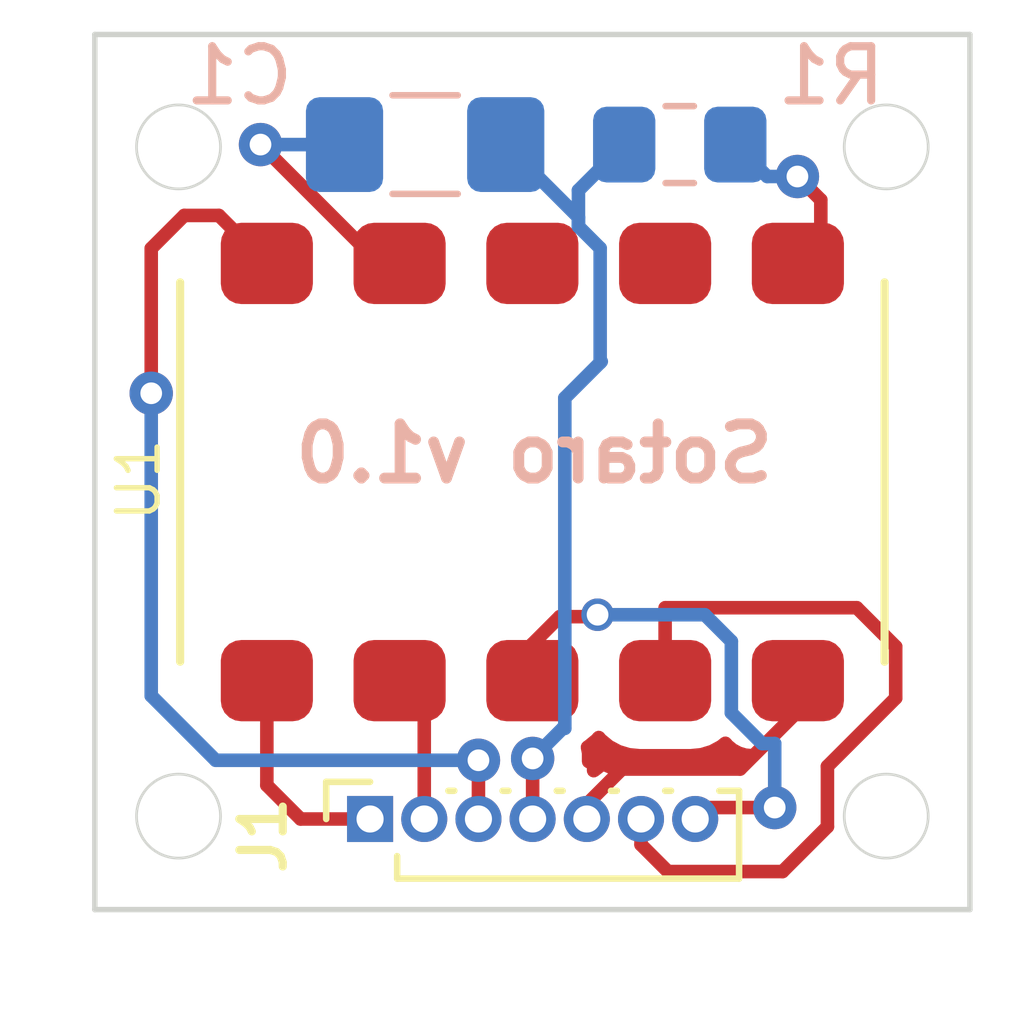
<source format=kicad_pcb>
(kicad_pcb (version 20171130) (host pcbnew 5.1.8-db9833491~88~ubuntu20.04.1)

  (general
    (thickness 1.6)
    (drawings 13)
    (tracks 71)
    (zones 0)
    (modules 4)
    (nets 12)
  )

  (page A4)
  (layers
    (0 F.Cu signal)
    (31 B.Cu signal)
    (32 B.Adhes user hide)
    (33 F.Adhes user hide)
    (34 B.Paste user hide)
    (35 F.Paste user hide)
    (36 B.SilkS user)
    (37 F.SilkS user)
    (38 B.Mask user hide)
    (39 F.Mask user hide)
    (40 Dwgs.User user hide)
    (41 Cmts.User user)
    (42 Eco1.User user hide)
    (43 Eco2.User user hide)
    (44 Edge.Cuts user)
    (45 Margin user hide)
    (46 B.CrtYd user hide)
    (47 F.CrtYd user)
    (48 B.Fab user)
    (49 F.Fab user)
  )

  (setup
    (last_trace_width 0.25)
    (trace_clearance 0.1)
    (zone_clearance 0.508)
    (zone_45_only no)
    (trace_min 0.2)
    (via_size 0.8)
    (via_drill 0.4)
    (via_min_size 0.4)
    (via_min_drill 0.3)
    (uvia_size 0.3)
    (uvia_drill 0.1)
    (uvias_allowed no)
    (uvia_min_size 0.2)
    (uvia_min_drill 0.1)
    (edge_width 0.05)
    (segment_width 0.2)
    (pcb_text_width 0.3)
    (pcb_text_size 1.5 1.5)
    (mod_edge_width 0.12)
    (mod_text_size 1 1)
    (mod_text_width 0.15)
    (pad_size 1.425 1.75)
    (pad_drill 0)
    (pad_to_mask_clearance 0.051)
    (solder_mask_min_width 0.25)
    (aux_axis_origin 0 0)
    (grid_origin 111.379 92.202)
    (visible_elements 7FFFFFFF)
    (pcbplotparams
      (layerselection 0x010fc_ffffffff)
      (usegerberextensions false)
      (usegerberattributes false)
      (usegerberadvancedattributes false)
      (creategerberjobfile false)
      (excludeedgelayer true)
      (linewidth 0.100000)
      (plotframeref false)
      (viasonmask false)
      (mode 1)
      (useauxorigin false)
      (hpglpennumber 1)
      (hpglpenspeed 20)
      (hpglpendiameter 15.000000)
      (psnegative false)
      (psa4output false)
      (plotreference true)
      (plotvalue true)
      (plotinvisibletext false)
      (padsonsilk false)
      (subtractmaskfromsilk false)
      (outputformat 1)
      (mirror false)
      (drillshape 0)
      (scaleselection 1)
      (outputdirectory "C:/HotWheels/Hotwheels-Firmware/Documents/PCB_Farbsensor/HotwheelsBoard-Farbsensor/Output/"))
  )

  (net 0 "")
  (net 1 GND)
  (net 2 "Net-(J1-Pad1)")
  (net 3 "Net-(J1-Pad2)")
  (net 4 "Net-(J1-Pad6)")
  (net 5 "Net-(J1-Pad7)")
  (net 6 "Net-(J1-Pad3)")
  (net 7 VCC)
  (net 8 "Net-(R1-Pad1)")
  (net 9 "Net-(C1-Pad2)")
  (net 10 "Net-(U1-Pad2)")
  (net 11 "Net-(U1-Pad3)")

  (net_class Default "Dies ist die voreingestellte Netzklasse."
    (clearance 0.1)
    (trace_width 0.25)
    (via_dia 0.8)
    (via_drill 0.4)
    (uvia_dia 0.3)
    (uvia_drill 0.1)
    (add_net GND)
    (add_net "Net-(C1-Pad2)")
    (add_net "Net-(J1-Pad1)")
    (add_net "Net-(J1-Pad2)")
    (add_net "Net-(J1-Pad3)")
    (add_net "Net-(J1-Pad6)")
    (add_net "Net-(J1-Pad7)")
    (add_net "Net-(R1-Pad1)")
    (add_net "Net-(U1-Pad2)")
    (add_net "Net-(U1-Pad3)")
    (add_net VCC)
  )

  (module castellated_pads_bottom:DIP-10_Ver2 (layer F.Cu) (tedit 5FC64B4F) (tstamp 5FC66E8B)
    (at 101.575 104.175)
    (path /5FC61DE0)
    (fp_text reference U1 (at -0.76748 4.04678 90) (layer F.SilkS)
      (effects (font (size 0.75 0.75) (thickness 0.1)))
    )
    (fp_text value Castellated_pads_bottom (at 6.1337 13.04854) (layer F.Fab)
      (effects (font (size 1 1) (thickness 0.15)))
    )
    (fp_line (start 0 7.8) (end 0 0.05) (layer F.CrtYd) (width 0.05))
    (fp_line (start 13 7.8) (end 0 7.8) (layer F.CrtYd) (width 0.05))
    (fp_line (start 13 0.05) (end 13 7.8) (layer F.CrtYd) (width 0.05))
    (fp_line (start 0 0.05) (end 13 0.05) (layer F.CrtYd) (width 0.05))
    (pad 10 smd roundrect (at 11.4 7.75) (size 1.7 1.5) (layers F.Cu F.Paste F.Mask) (roundrect_rratio 0.25)
      (net 1 GND))
    (pad 1 smd roundrect (at 11.4 0.05) (size 1.7 1.5) (layers F.Cu F.Paste F.Mask) (roundrect_rratio 0.25)
      (net 8 "Net-(R1-Pad1)"))
    (pad 9 smd roundrect (at 8.95 7.75) (size 1.7 1.5) (layers F.Cu F.Paste F.Mask) (roundrect_rratio 0.25)
      (net 4 "Net-(J1-Pad6)"))
    (pad 2 smd roundrect (at 8.95 0.05) (size 1.7 1.5) (layers F.Cu F.Paste F.Mask) (roundrect_rratio 0.25)
      (net 10 "Net-(U1-Pad2)"))
    (pad 8 smd roundrect (at 6.5 7.75) (size 1.7 1.5) (layers F.Cu F.Paste F.Mask) (roundrect_rratio 0.25)
      (net 5 "Net-(J1-Pad7)"))
    (pad 3 smd roundrect (at 6.5 0.05) (size 1.7 1.5) (layers F.Cu F.Paste F.Mask) (roundrect_rratio 0.25)
      (net 11 "Net-(U1-Pad3)"))
    (pad 7 smd roundrect (at 4.05 7.75) (size 1.7 1.5) (layers F.Cu F.Paste F.Mask) (roundrect_rratio 0.25)
      (net 3 "Net-(J1-Pad2)"))
    (pad 4 smd roundrect (at 4.05 0.05) (size 1.7 1.5) (layers F.Cu F.Paste F.Mask) (roundrect_rratio 0.25)
      (net 9 "Net-(C1-Pad2)"))
    (pad 6 smd roundrect (at 1.6 7.75) (size 1.7 1.5) (layers F.Cu F.Paste F.Mask) (roundrect_rratio 0.25)
      (net 2 "Net-(J1-Pad1)"))
    (pad 5 smd roundrect (at 1.6 0.05) (size 1.7 1.5) (layers F.Cu F.Paste F.Mask) (roundrect_rratio 0.25)
      (net 6 "Net-(J1-Pad3)"))
  )

  (module Connector_PinSocket_1.00mm:PinSocket_1x07_P1.00mm_Vertical (layer F.Cu) (tedit 5FBFA7C0) (tstamp 5CD54C9F)
    (at 105.08 114.478 90)
    (descr "Through hole straight socket strip, 1x07, 1.00mm pitch, single row (https://gct.co/files/drawings/bc065.pdf), script generated")
    (tags "Through hole socket strip THT 1x07 1.00mm single row")
    (path /5CD68294)
    (fp_text reference J1 (at -0.3046 -1.97378 90) (layer F.SilkS)
      (effects (font (size 0.8 0.8) (thickness 0.15)))
    )
    (fp_text value "Main Connector" (at 1.651 3.302 180) (layer Cmts.User)
      (effects (font (size 1 1) (thickness 0.15)))
    )
    (fp_line (start -1.54 7.25) (end -1.54 -1.25) (layer F.CrtYd) (width 0.05))
    (fp_line (start 0.96 7.25) (end -1.54 7.25) (layer F.CrtYd) (width 0.05))
    (fp_line (start 0.96 -1.25) (end 0.96 7.25) (layer F.CrtYd) (width 0.05))
    (fp_line (start -1.54 -1.25) (end 0.96 -1.25) (layer F.CrtYd) (width 0.05))
    (fp_line (start 0 -0.81) (end 0.685 -0.81) (layer F.SilkS) (width 0.12))
    (fp_line (start 0.685 -0.81) (end 0.685 0) (layer F.SilkS) (width 0.12))
    (fp_line (start 0.52 6.445898) (end 0.52 6.81) (layer F.SilkS) (width 0.12))
    (fp_line (start 0.52 5.445898) (end 0.52 5.554102) (layer F.SilkS) (width 0.12))
    (fp_line (start 0.52 4.445898) (end 0.52 4.554102) (layer F.SilkS) (width 0.12))
    (fp_line (start 0.52 3.445898) (end 0.52 3.554102) (layer F.SilkS) (width 0.12))
    (fp_line (start 0.52 2.445898) (end 0.52 2.554102) (layer F.SilkS) (width 0.12))
    (fp_line (start 0.52 1.445898) (end 0.52 1.554102) (layer F.SilkS) (width 0.12))
    (fp_line (start -1.1 6.81) (end 0.52 6.81) (layer F.SilkS) (width 0.12))
    (fp_line (start -1.1 0.5) (end -1.1 6.81) (layer F.SilkS) (width 0.12))
    (fp_line (start -1.1 0.5) (end -0.685 0.5) (layer F.SilkS) (width 0.12))
    (fp_line (start -1.04 6.75) (end -1.04 -0.75) (layer F.Fab) (width 0.1))
    (fp_line (start 0.46 6.75) (end -1.04 6.75) (layer F.Fab) (width 0.1))
    (fp_line (start 0.46 -0.375) (end 0.46 6.75) (layer F.Fab) (width 0.1))
    (fp_line (start 0.085 -0.75) (end 0.46 -0.375) (layer F.Fab) (width 0.1))
    (fp_line (start -1.04 -0.75) (end 0.085 -0.75) (layer F.Fab) (width 0.1))
    (fp_text user %R (at -0.29 3 180) (layer F.Fab)
      (effects (font (size 0.9 0.9) (thickness 0.14)))
    )
    (pad 7 thru_hole oval (at 0 6 90) (size 0.85 0.85) (drill 0.5) (layers *.Cu *.Mask)
      (net 5 "Net-(J1-Pad7)"))
    (pad 6 thru_hole oval (at 0 5 90) (size 0.85 0.85) (drill 0.5) (layers *.Cu *.Mask)
      (net 4 "Net-(J1-Pad6)"))
    (pad 5 thru_hole oval (at 0 4 90) (size 0.85 0.85) (drill 0.5) (layers *.Cu *.Mask)
      (net 1 GND))
    (pad 4 thru_hole oval (at 0 3 90) (size 0.85 0.85) (drill 0.5) (layers *.Cu *.Mask)
      (net 7 VCC))
    (pad 3 thru_hole oval (at 0 2 90) (size 0.85 0.85) (drill 0.5) (layers *.Cu *.Mask)
      (net 6 "Net-(J1-Pad3)"))
    (pad 2 thru_hole oval (at 0 1 90) (size 0.85 0.85) (drill 0.5) (layers *.Cu *.Mask)
      (net 3 "Net-(J1-Pad2)"))
    (pad 1 thru_hole rect (at 0 0 90) (size 0.85 0.85) (drill 0.5) (layers *.Cu *.Mask)
      (net 2 "Net-(J1-Pad1)"))
    (model ${KISYS3DMOD}/Connector_PinSocket_1.00mm.3dshapes/PinSocket_1x07_P1.00mm_Vertical.wrl
      (at (xyz 0 0 0))
      (scale (xyz 1 1 1))
      (rotate (xyz 0 0 0))
    )
  )

  (module Resistor_SMD:R_0805_2012Metric_Pad1.15x1.40mm_HandSolder (layer B.Cu) (tedit 5FBFFEA6) (tstamp 5CCACF9E)
    (at 110.795 102.032 180)
    (descr "Resistor SMD 0805 (2012 Metric), square (rectangular) end terminal, IPC_7351 nominal with elongated pad for handsoldering. (Body size source: https://docs.google.com/spreadsheets/d/1BsfQQcO9C6DZCsRaXUlFlo91Tg2WpOkGARC1WS5S8t0/edit?usp=sharing), generated with kicad-footprint-generator")
    (tags "resistor handsolder")
    (path /5CCA9EBB)
    (attr smd)
    (fp_text reference R1 (at -2.794 1.27 180) (layer B.SilkS)
      (effects (font (size 1 1) (thickness 0.15)) (justify mirror))
    )
    (fp_text value 1500R (at 0 -1.65 180) (layer B.Fab)
      (effects (font (size 1 1) (thickness 0.15)) (justify mirror))
    )
    (fp_line (start 1.85 -0.95) (end -1.85 -0.95) (layer B.CrtYd) (width 0.05))
    (fp_line (start 1.85 0.95) (end 1.85 -0.95) (layer B.CrtYd) (width 0.05))
    (fp_line (start -1.85 0.95) (end 1.85 0.95) (layer B.CrtYd) (width 0.05))
    (fp_line (start -1.85 -0.95) (end -1.85 0.95) (layer B.CrtYd) (width 0.05))
    (fp_line (start -0.261252 -0.71) (end 0.261252 -0.71) (layer B.SilkS) (width 0.12))
    (fp_line (start -0.261252 0.71) (end 0.261252 0.71) (layer B.SilkS) (width 0.12))
    (fp_line (start 1 -0.6) (end -1 -0.6) (layer B.Fab) (width 0.1))
    (fp_line (start 1 0.6) (end 1 -0.6) (layer B.Fab) (width 0.1))
    (fp_line (start -1 0.6) (end 1 0.6) (layer B.Fab) (width 0.1))
    (fp_line (start -1 -0.6) (end -1 0.6) (layer B.Fab) (width 0.1))
    (fp_text user %R (at 0 0 180) (layer B.Fab)
      (effects (font (size 0.5 0.5) (thickness 0.08)) (justify mirror))
    )
    (pad 2 smd roundrect (at 1.025 0 180) (size 1.15 1.4) (layers B.Cu B.Paste B.Mask) (roundrect_rratio 0.217)
      (net 7 VCC))
    (pad 1 smd roundrect (at -1.025 0 180) (size 1.15 1.4) (layers B.Cu B.Paste B.Mask) (roundrect_rratio 0.217391)
      (net 8 "Net-(R1-Pad1)"))
    (model ${KISYS3DMOD}/Resistor_SMD.3dshapes/R_0805_2012Metric.wrl
      (at (xyz 0 0 0))
      (scale (xyz 1 1 1))
      (rotate (xyz 0 0 0))
    )
  )

  (module Capacitor_SMD:C_1206_3216Metric_Pad1.42x1.75mm_HandSolder (layer B.Cu) (tedit 5FC64C3E) (tstamp 5CCAD111)
    (at 106.096 102.032)
    (descr "Capacitor SMD 1206 (3216 Metric), square (rectangular) end terminal, IPC_7351 nominal with elongated pad for handsoldering. (Body size source: http://www.tortai-tech.com/upload/download/2011102023233369053.pdf), generated with kicad-footprint-generator")
    (tags "capacitor handsolder")
    (path /5C9BACEF)
    (attr smd)
    (fp_text reference C1 (at -3.429 -1.27 180) (layer B.SilkS)
      (effects (font (size 1 1) (thickness 0.15)) (justify mirror))
    )
    (fp_text value 100nF (at 0 -1.82) (layer B.Fab)
      (effects (font (size 1 1) (thickness 0.15)) (justify mirror))
    )
    (fp_line (start -1.6 -0.8) (end -1.6 0.8) (layer B.Fab) (width 0.1))
    (fp_line (start -1.6 0.8) (end 1.6 0.8) (layer B.Fab) (width 0.1))
    (fp_line (start 1.6 0.8) (end 1.6 -0.8) (layer B.Fab) (width 0.1))
    (fp_line (start 1.6 -0.8) (end -1.6 -0.8) (layer B.Fab) (width 0.1))
    (fp_line (start -0.602064 0.91) (end 0.602064 0.91) (layer B.SilkS) (width 0.12))
    (fp_line (start -0.602064 -0.91) (end 0.602064 -0.91) (layer B.SilkS) (width 0.12))
    (fp_line (start -2.45 -1.12) (end -2.45 1.12) (layer B.CrtYd) (width 0.05))
    (fp_line (start -2.45 1.12) (end 2.45 1.12) (layer B.CrtYd) (width 0.05))
    (fp_line (start 2.45 1.12) (end 2.45 -1.12) (layer B.CrtYd) (width 0.05))
    (fp_line (start 2.45 -1.12) (end -2.45 -1.12) (layer B.CrtYd) (width 0.05))
    (fp_text user %R (at 0 0) (layer B.Fab)
      (effects (font (size 0.8 0.8) (thickness 0.12)) (justify mirror))
    )
    (pad 1 smd roundrect (at -1.4875 0) (size 1.425 1.75) (layers B.Cu B.Paste B.Mask) (roundrect_rratio 0.175)
      (net 9 "Net-(C1-Pad2)"))
    (pad 2 smd roundrect (at 1.4875 0) (size 1.425 1.75) (layers B.Cu B.Paste B.Mask) (roundrect_rratio 0.175)
      (net 7 VCC))
    (model ${KISYS3DMOD}/Capacitor_SMD.3dshapes/C_1206_3216Metric.wrl
      (at (xyz 0 0 0))
      (scale (xyz 1 1 1))
      (rotate (xyz 0 0 0))
    )
  )

  (gr_text "Sotaro v1.0" (at 108.11002 107.7341) (layer B.SilkS)
    (effects (font (size 1 1) (thickness 0.2)) (justify mirror))
  )
  (gr_line (start 101.575 111.575) (end 114.575 111.575) (layer F.Fab) (width 0.15))
  (gr_line (start 114.575 104.575) (end 114.575 111.575) (layer F.SilkS) (width 0.15))
  (gr_line (start 101.575 104.575) (end 101.575 111.575) (layer F.SilkS) (width 0.15))
  (gr_line (start 101.575 104.575) (end 114.575 104.575) (layer F.Fab) (width 0.15))
  (gr_circle (center 114.605 114.425) (end 115.38 114.425) (layer Edge.Cuts) (width 0.05))
  (gr_circle (center 101.545 114.425) (end 102.32 114.425) (layer Edge.Cuts) (width 0.05))
  (gr_circle (center 114.605 102.075) (end 115.38 102.075) (layer Edge.Cuts) (width 0.05))
  (gr_circle (center 101.545 102.075) (end 102.32 102.075) (layer Edge.Cuts) (width 0.05))
  (gr_line (start 100 100) (end 116.15 100) (layer Edge.Cuts) (width 0.1) (tstamp 5CCAC961))
  (gr_line (start 116.15 100) (end 116.15 116.15) (layer Edge.Cuts) (width 0.1))
  (gr_line (start 100 116.15) (end 116.15 116.15) (layer Edge.Cuts) (width 0.1) (tstamp 5CD546BC))
  (gr_line (start 100 100) (end 100 116.15) (layer Edge.Cuts) (width 0.1))

  (segment (start 109.08 114.20554) (end 109.08 114.478) (width 0.25) (layer F.Cu) (net 1))
  (segment (start 109.72888 113.55666) (end 109.08 114.20554) (width 0.25) (layer F.Cu) (net 1))
  (segment (start 112.975 111.575) (end 112.975 112.49064) (width 0.25) (layer F.Cu) (net 1))
  (segment (start 111.90898 113.55666) (end 109.72888 113.55666) (width 0.25) (layer F.Cu) (net 1))
  (segment (start 112.975 112.49064) (end 111.90898 113.55666) (width 0.25) (layer F.Cu) (net 1))
  (segment (start 105.08 114.478) (end 103.7973 114.478) (width 0.25) (layer F.Cu) (net 2))
  (segment (start 103.175 113.8557) (end 103.175 111.575) (width 0.25) (layer F.Cu) (net 2))
  (segment (start 103.7973 114.478) (end 103.175 113.8557) (width 0.25) (layer F.Cu) (net 2))
  (segment (start 106.08 112.03) (end 105.625 111.575) (width 0.25) (layer F.Cu) (net 3))
  (segment (start 106.08 114.478) (end 106.08 112.03) (width 0.25) (layer F.Cu) (net 3))
  (segment (start 113.52022 114.62004) (end 112.69218 115.44808) (width 0.25) (layer F.Cu) (net 4))
  (segment (start 114.78006 112.246588) (end 113.52022 113.506428) (width 0.25) (layer F.Cu) (net 4))
  (segment (start 114.06124 110.5789) (end 114.78006 111.29772) (width 0.25) (layer F.Cu) (net 4))
  (segment (start 110.52952 110.5789) (end 114.06124 110.5789) (width 0.25) (layer F.Cu) (net 4))
  (segment (start 110.525 110.58342) (end 110.52952 110.5789) (width 0.25) (layer F.Cu) (net 4))
  (segment (start 113.52022 113.506428) (end 113.52022 114.62004) (width 0.25) (layer F.Cu) (net 4))
  (segment (start 114.78006 111.29772) (end 114.78006 112.246588) (width 0.25) (layer F.Cu) (net 4))
  (segment (start 110.525 111.925) (end 110.525 110.58342) (width 0.25) (layer F.Cu) (net 4))
  (segment (start 110.08 114.478) (end 110.08 114.95172) (width 0.25) (layer F.Cu) (net 4))
  (segment (start 110.57636 115.44808) (end 112.69218 115.44808) (width 0.25) (layer F.Cu) (net 4))
  (segment (start 110.08 114.95172) (end 110.57636 115.44808) (width 0.25) (layer F.Cu) (net 4))
  (via (at 109.27842 110.70844) (size 0.6) (drill 0.4) (layers F.Cu B.Cu) (net 5))
  (via (at 112.5474 114.26698) (size 0.8) (drill 0.4) (layers F.Cu B.Cu) (net 5))
  (segment (start 112.56518 114.2492) (end 112.5474 114.26698) (width 0.25) (layer B.Cu) (net 5))
  (segment (start 111.29102 114.26698) (end 111.08 114.478) (width 0.25) (layer F.Cu) (net 5))
  (segment (start 112.5474 114.26698) (end 111.29102 114.26698) (width 0.25) (layer F.Cu) (net 5))
  (segment (start 108.075 111.575) (end 108.075 111.24892) (width 0.25) (layer F.Cu) (net 5))
  (segment (start 108.075 111.24892) (end 108.57992 110.744) (width 0.25) (layer F.Cu) (net 5))
  (segment (start 108.57992 110.744) (end 109.31398 110.744) (width 0.25) (layer F.Cu) (net 5))
  (segment (start 109.31398 110.744) (end 109.26572 110.79226) (width 0.25) (layer F.Cu) (net 5))
  (segment (start 112.5474 113.08588) (end 112.5474 114.26698) (width 0.25) (layer B.Cu) (net 5))
  (segment (start 112.5474 113.08588) (end 112.31372 113.08588) (width 0.25) (layer B.Cu) (net 5))
  (segment (start 112.31372 113.08588) (end 111.7473 112.51946) (width 0.25) (layer B.Cu) (net 5))
  (segment (start 111.7473 112.51946) (end 111.7473 111.19866) (width 0.25) (layer B.Cu) (net 5))
  (segment (start 111.25708 110.70844) (end 109.27842 110.70844) (width 0.25) (layer B.Cu) (net 5))
  (segment (start 111.7473 111.19866) (end 111.25708 110.70844) (width 0.25) (layer B.Cu) (net 5))
  (via (at 101.0412 106.62158) (size 0.8) (drill 0.4) (layers F.Cu B.Cu) (net 6))
  (segment (start 101.05898 106.63936) (end 101.0412 106.62158) (width 0.25) (layer B.Cu) (net 6))
  (segment (start 107.08 113.39444) (end 107.08 113.39444) (width 0.25) (layer B.Cu) (net 6) (tstamp 5FC01E40))
  (via (at 107.08 113.39444) (size 0.8) (drill 0.4) (layers F.Cu B.Cu) (net 6))
  (segment (start 107.08 113.39444) (end 107.08 114.478) (width 0.25) (layer F.Cu) (net 6))
  (segment (start 101.0412 106.62158) (end 101.0412 112.2045) (width 0.25) (layer B.Cu) (net 6))
  (segment (start 102.23114 113.39444) (end 107.08 113.39444) (width 0.25) (layer B.Cu) (net 6))
  (segment (start 101.0412 112.2045) (end 102.23114 113.39444) (width 0.25) (layer B.Cu) (net 6))
  (segment (start 102.2899 103.3399) (end 103.175 104.225) (width 0.25) (layer F.Cu) (net 6))
  (segment (start 101.6508 103.3399) (end 102.2899 103.3399) (width 0.25) (layer F.Cu) (net 6))
  (segment (start 101.0412 103.9495) (end 101.6508 103.3399) (width 0.25) (layer F.Cu) (net 6))
  (segment (start 101.0412 106.62158) (end 101.0412 103.9495) (width 0.25) (layer F.Cu) (net 6))
  (segment (start 109.326032 106.055808) (end 109.347 106.03484) (width 0.25) (layer B.Cu) (net 7))
  (segment (start 108.08 114.478) (end 108.08 113.36066) (width 0.25) (layer F.Cu) (net 7))
  (via (at 108.08 113.36066) (size 0.8) (drill 0.4) (layers F.Cu B.Cu) (net 7))
  (segment (start 108.92536 103.37386) (end 107.5835 102.032) (width 0.25) (layer B.Cu) (net 7))
  (segment (start 108.92536 103.5431) (end 108.92536 103.37386) (width 0.25) (layer B.Cu) (net 7))
  (segment (start 108.92536 102.87664) (end 109.77 102.032) (width 0.25) (layer B.Cu) (net 7))
  (segment (start 108.92536 103.5431) (end 108.92536 102.87664) (width 0.25) (layer B.Cu) (net 7))
  (segment (start 109.326032 103.943772) (end 108.92536 103.5431) (width 0.25) (layer B.Cu) (net 7))
  (segment (start 109.326032 106.055808) (end 109.326032 103.943772) (width 0.25) (layer B.Cu) (net 7))
  (segment (start 108.6739 106.70794) (end 109.326032 106.055808) (width 0.25) (layer B.Cu) (net 7))
  (segment (start 108.6739 112.80486) (end 108.6739 106.70794) (width 0.25) (layer B.Cu) (net 7))
  (segment (start 108.6358 112.80486) (end 108.08 113.36066) (width 0.25) (layer B.Cu) (net 7))
  (segment (start 108.6739 112.80486) (end 108.6358 112.80486) (width 0.25) (layer B.Cu) (net 7))
  (via (at 112.9665 102.62108) (size 0.8) (drill 0.4) (layers F.Cu B.Cu) (net 8))
  (segment (start 113.3983 103.05288) (end 112.9665 102.62108) (width 0.25) (layer F.Cu) (net 8))
  (segment (start 113.3983 104.1517) (end 113.3983 103.05288) (width 0.25) (layer F.Cu) (net 8))
  (segment (start 112.975 104.575) (end 113.3983 104.1517) (width 0.25) (layer F.Cu) (net 8))
  (segment (start 112.40908 102.62108) (end 111.82 102.032) (width 0.25) (layer B.Cu) (net 8))
  (segment (start 112.9665 102.62108) (end 112.40908 102.62108) (width 0.25) (layer B.Cu) (net 8))
  (segment (start 104.6085 102.032) (end 103.05776 102.032) (width 0.25) (layer B.Cu) (net 9))
  (via (at 103.05776 102.032) (size 0.8) (drill 0.4) (layers F.Cu B.Cu) (net 9))
  (segment (start 105.25076 104.225) (end 103.05776 102.032) (width 0.25) (layer F.Cu) (net 9))
  (segment (start 105.625 104.225) (end 105.25076 104.225) (width 0.25) (layer F.Cu) (net 9))

  (zone (net 1) (net_name GND) (layer F.Cu) (tstamp 5FC3F2FF) (hatch edge 0.508)
    (connect_pads (clearance 0.508))
    (min_thickness 0.254)
    (fill yes (arc_segments 32) (thermal_gap 0.508) (thermal_bridge_width 0.508))
    (polygon
      (pts
        (xy 100 100) (xy 100 116.129) (xy 116.129 116.129) (xy 116.129 100) (xy 116.129 99.873)
      )
    )
    (filled_polygon
      (pts
        (xy 109.33365 113.01635) (xy 109.487167 113.142339) (xy 109.662314 113.235956) (xy 109.852359 113.293606) (xy 110.05 113.313072)
        (xy 111 113.313072) (xy 111.197641 113.293606) (xy 111.387686 113.235956) (xy 111.562833 113.142339) (xy 111.637071 113.081413)
        (xy 111.673815 113.126185) (xy 111.770506 113.205537) (xy 111.88082 113.264502) (xy 112.000518 113.300812) (xy 112.125 113.313072)
        (xy 112.146029 113.312958) (xy 112.057144 113.349775) (xy 111.887626 113.463043) (xy 111.843689 113.50698) (xy 111.505664 113.50698)
        (xy 111.389191 113.458735) (xy 111.184401 113.418) (xy 110.975599 113.418) (xy 110.770809 113.458735) (xy 110.58 113.537771)
        (xy 110.389191 113.458735) (xy 110.184401 113.418) (xy 109.975599 113.418) (xy 109.770809 113.458735) (xy 109.577902 113.53864)
        (xy 109.572882 113.541994) (xy 109.40525 113.469128) (xy 109.370062 113.45846) (xy 109.207002 113.585741) (xy 109.207002 113.418)
        (xy 109.115 113.418) (xy 109.115 113.258721) (xy 109.093867 113.152477) (xy 109.112833 113.142339) (xy 109.26635 113.01635)
        (xy 109.3 112.975348)
      )
    )
    (filled_polygon
      (pts
        (xy 113.102 111.798) (xy 113.122 111.798) (xy 113.122 112.052) (xy 113.102 112.052) (xy 113.102 112.072)
        (xy 112.848 112.072) (xy 112.848 112.052) (xy 112.828 112.052) (xy 112.828 111.798) (xy 112.848 111.798)
        (xy 112.848 111.778) (xy 113.102 111.778)
      )
    )
  )
  (zone (net 1) (net_name GND) (layer B.Cu) (tstamp 5FC3F2FC) (hatch edge 0.508)
    (connect_pads (clearance 0.508))
    (min_thickness 0.254)
    (fill yes (arc_segments 32) (thermal_gap 0.508) (thermal_bridge_width 0.508))
    (polygon
      (pts
        (xy 100 100) (xy 100 116.129) (xy 116.129 116.129) (xy 116.129 100)
      )
    )
  )
  (zone (net 0) (net_name "") (layer F.Cu) (tstamp 0) (hatch edge 0.508)
    (connect_pads (clearance 0.508))
    (min_thickness 0.254)
    (keepout (tracks allowed) (vias allowed) (copperpour not_allowed))
    (fill (arc_segments 32) (thermal_gap 0.508) (thermal_bridge_width 0.508))
    (polygon
      (pts
        (xy 106.78668 111.59998) (xy 101.57206 111.59998) (xy 101.57206 109.81944) (xy 106.78668 109.81944)
      )
    )
  )
)

</source>
